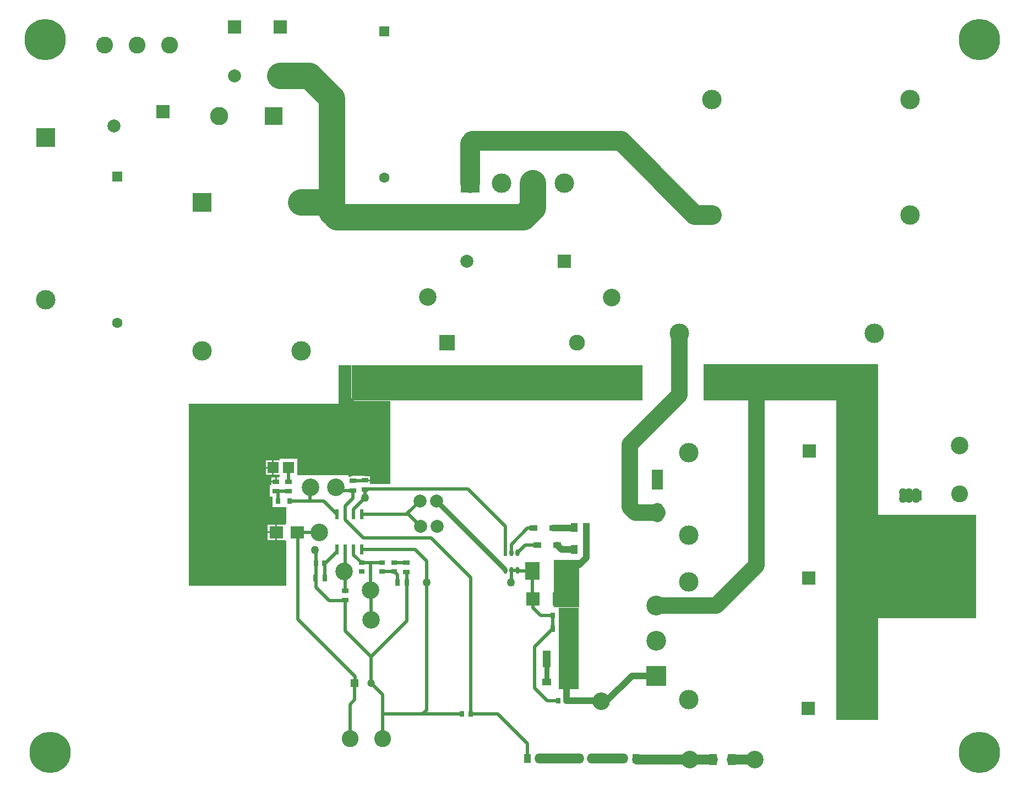
<source format=gbl>
G04 Layer_Physical_Order=2*
G04 Layer_Color=16711680*
%FSLAX24Y24*%
%MOIN*%
G70*
G01*
G75*
%ADD11R,0.0394X0.0551*%
%ADD12R,0.1378X0.0630*%
%ADD13C,0.0200*%
%ADD15C,0.1600*%
%ADD16C,0.1000*%
%ADD17C,0.1200*%
%ADD19C,0.0400*%
%ADD20C,0.0600*%
%ADD46C,0.2500*%
%ADD47R,0.0965X0.0965*%
%ADD48C,0.0965*%
%ADD49R,0.1181X0.1181*%
%ADD50C,0.1181*%
%ADD51C,0.1063*%
%ADD52C,0.0787*%
%ADD53R,0.0787X0.0787*%
%ADD54C,0.1102*%
%ADD55R,0.1102X0.1102*%
%ADD56C,0.1197*%
%ADD57R,0.1197X0.1197*%
%ADD58R,0.0697X0.1200*%
%ADD59O,0.0697X0.1200*%
%ADD60C,0.1024*%
%ADD61R,0.0472X0.0472*%
%ADD62C,0.0472*%
%ADD63R,0.0787X0.0787*%
%ADD64R,0.0630X0.0630*%
%ADD65C,0.0630*%
%ADD66R,0.1181X0.1181*%
%ADD67C,0.0500*%
%ADD68O,0.0236X0.0413*%
%ADD69R,0.0236X0.0413*%
%ADD70R,0.0236X0.0610*%
%ADD71R,0.0453X0.0689*%
%ADD72R,0.0315X0.0374*%
%ADD73R,0.0492X0.1043*%
%ADD74R,0.0374X0.0315*%
%ADD75R,0.0394X0.0295*%
%ADD76R,0.0276X0.0335*%
%ADD77R,0.0532X0.0433*%
%ADD78R,0.0472X0.0335*%
%ADD79R,0.0850X0.1080*%
%ADD80R,0.0295X0.0394*%
%ADD81R,0.0650X0.0650*%
%ADD82R,0.0846X0.0728*%
%ADD83C,0.0300*%
%ADD84R,0.6069X0.6269*%
%ADD85R,0.2575X2.1580*%
%ADD86R,1.0575X0.2221*%
%ADD87R,1.7635X0.2165*%
%ADD88R,0.1219X0.4954*%
%ADD89R,0.1531X0.2909*%
G36*
X50780Y55118D02*
X50796Y55040D01*
X50840Y54974D01*
X50906Y54930D01*
X50984Y54914D01*
X53150D01*
X53150Y49871D01*
X52009D01*
Y49882D01*
X51909D01*
Y50055D01*
X51613D01*
Y50155D01*
X51909D01*
Y50353D01*
X51616D01*
X51564Y50359D01*
X50864D01*
X50786Y50349D01*
X50713Y50319D01*
X50694Y50304D01*
X50591D01*
Y50394D01*
X49978D01*
X49975Y50395D01*
X49831Y50409D01*
X49688Y50395D01*
X49684Y50394D01*
X48455D01*
X48451Y50395D01*
X48308Y50409D01*
X48164Y50395D01*
X48161Y50394D01*
X48032D01*
X47499D01*
Y51392D01*
X46449D01*
Y51292D01*
X46079D01*
Y50867D01*
Y50442D01*
X46449D01*
Y50342D01*
X46396Y50264D01*
X46269D01*
Y50017D01*
X46219D01*
Y49967D01*
X45922D01*
Y49794D01*
X45822D01*
Y49098D01*
X46015D01*
Y48468D01*
X46823D01*
Y47486D01*
X46755Y47415D01*
X46723Y47415D01*
X46281D01*
Y46951D01*
Y46486D01*
X46723D01*
X46755Y46486D01*
X46823Y46415D01*
Y43701D01*
X40945D01*
Y54724D01*
X46500Y54724D01*
X46500Y54724D01*
X50000D01*
Y55906D01*
X50000Y57087D01*
X50780D01*
Y55118D01*
D02*
G37*
%LPC*%
G36*
X45979Y51292D02*
X45604D01*
Y50917D01*
X45979D01*
Y51292D01*
D02*
G37*
G36*
Y50817D02*
X45604D01*
Y50442D01*
X45979D01*
Y50817D01*
D02*
G37*
G36*
X46169Y50264D02*
X45922D01*
Y50067D01*
X46169D01*
Y50264D01*
D02*
G37*
G36*
X46181Y47415D02*
X45708D01*
Y47001D01*
X46181D01*
Y47415D01*
D02*
G37*
G36*
Y46901D02*
X45708D01*
Y46486D01*
X46181D01*
Y46901D01*
D02*
G37*
%LPD*%
D11*
X65008Y45920D02*
D03*
X64260D02*
D03*
X65008Y47250D02*
D03*
X64260D02*
D03*
X67992Y33248D02*
D03*
X67244D02*
D03*
X65335D02*
D03*
X64587D02*
D03*
X62185D02*
D03*
X61437D02*
D03*
D12*
X84624Y49181D02*
D03*
Y47646D02*
D03*
D13*
X49428Y42816D02*
X50395D01*
Y40986D02*
Y42816D01*
Y40986D02*
X51968Y39412D01*
X48636Y43607D02*
X49428Y42816D01*
X48636Y43607D02*
Y45093D01*
X50402Y43329D02*
Y45900D01*
X48643Y45077D02*
Y45792D01*
X49912Y47915D02*
Y47949D01*
X49155Y45077D02*
X49160D01*
Y44187D02*
Y45077D01*
X50912Y45570D02*
Y45769D01*
X50984Y36801D02*
Y37795D01*
X50689Y36505D02*
X50984Y36801D01*
X50689Y34449D02*
Y36505D01*
X50992Y37803D02*
Y38216D01*
X61450Y47195D02*
X61820D01*
X60469Y45707D02*
Y46214D01*
X61450Y47195D01*
X61737Y42952D02*
Y44597D01*
X60843Y44644D02*
X60889Y44597D01*
X61737D01*
X60469Y44644D02*
X60843D01*
X62986Y41122D02*
Y41901D01*
X61872Y40008D02*
X62975Y41111D01*
X62654Y36739D02*
X63298D01*
X61872Y37520D02*
X62654Y36739D01*
X61872Y37520D02*
Y40008D01*
X61781Y42378D02*
Y42908D01*
Y42378D02*
X62241Y41918D01*
X62969D01*
X61320Y46184D02*
X62052D01*
X60843Y45707D02*
X61320Y46184D01*
X57993Y35929D02*
X59652D01*
X61437Y33248D02*
Y34145D01*
X59652Y35929D02*
X61437Y34145D01*
X51968Y37795D02*
X52657Y37106D01*
Y34449D02*
Y37106D01*
X49160Y45077D02*
X49220D01*
X49912Y45769D01*
X53363Y45092D02*
X54083D01*
X52652Y44580D02*
X53363D01*
X53569Y43892D02*
Y44375D01*
X53363Y44580D02*
X53569Y44375D01*
X54139Y43892D02*
Y44485D01*
X50912Y45570D02*
X51390Y45092D01*
X51937D02*
X52652D01*
X51988Y41652D02*
Y43381D01*
X51402Y45900D02*
X54641D01*
X51937Y43432D02*
Y45092D01*
X51390D02*
X51937D01*
X60469Y43919D02*
Y44644D01*
X55332Y36179D02*
Y43892D01*
X55082Y35929D02*
X55332Y36179D01*
X52682Y35929D02*
X55082D01*
X57481D01*
X55332Y43892D02*
Y45210D01*
X54641Y45900D02*
X55332Y45210D01*
X57993Y35929D02*
Y44213D01*
X47549Y41658D02*
X50992Y38216D01*
X47549Y41658D02*
Y46928D01*
X60095Y45707D02*
Y47311D01*
X51402Y48046D02*
X54150D01*
X54227D02*
X54980Y47293D01*
X54150Y48046D02*
Y48061D01*
X54944Y48856D01*
X47549Y46928D02*
X48822D01*
X51968Y37795D02*
Y39412D01*
X50407Y47698D02*
Y48002D01*
X55601Y46605D02*
X57993Y44213D01*
X55268Y46599D02*
X55273Y46605D01*
X55601D01*
X51506Y46599D02*
X55268D01*
X50407Y47698D02*
X51506Y46599D01*
X47024Y48838D02*
X48274D01*
X46353Y48835D02*
Y49312D01*
X46223Y49451D02*
X46976D01*
Y50021D02*
Y50726D01*
X51647Y49568D02*
X57837D01*
X60095Y47311D01*
X50906Y47999D02*
X50906Y48046D01*
X50906Y48023D02*
X50906Y48046D01*
X51613Y49534D02*
X51647Y49568D01*
X51613Y49044D02*
Y49534D01*
X50902Y48046D02*
Y48334D01*
X51613Y49044D01*
X50864Y49001D02*
Y49486D01*
X50417Y48553D02*
X50864Y49001D01*
X50417Y48060D02*
Y48553D01*
X50864Y50057D02*
X51564D01*
X50019Y49486D02*
X50864D01*
X48274Y48838D02*
Y49640D01*
Y48838D02*
X49111D01*
X49902Y48046D01*
X54139Y41583D02*
Y43892D01*
X51968Y39412D02*
X54139Y41583D01*
D15*
X49606Y66339D02*
Y73228D01*
X47732Y66929D02*
X49016D01*
X49902Y66043D02*
X61220D01*
X61776Y66598D02*
Y68110D01*
X61220Y66043D02*
X61776Y66598D01*
X46457Y74606D02*
X48228D01*
X49606Y73228D01*
D16*
X69223Y42521D02*
X72887D01*
X67963Y48130D02*
X69300D01*
X67622Y48471D02*
X67963Y48130D01*
X72887Y42521D02*
X75313Y44947D01*
Y56531D01*
X67622Y48471D02*
Y52268D01*
X70642Y55288D01*
Y58993D01*
D17*
X58119Y70669D02*
X67101D01*
X57972Y68110D02*
Y70522D01*
X67101Y70669D02*
X71588Y66182D01*
X72591D01*
D19*
X63712Y37914D02*
X63741Y37884D01*
X63021Y47195D02*
X64260D01*
X63712Y37914D02*
Y39276D01*
X63646Y39341D02*
X63712Y39276D01*
X66252Y36739D02*
X67759Y38245D01*
X69223D01*
X65008Y45920D02*
Y47250D01*
X63516Y45920D02*
X64260D01*
X63252Y46184D02*
X63516Y45920D01*
X65008Y45415D02*
Y45920D01*
X64580Y44987D02*
X65008Y45415D01*
X64447Y44987D02*
X64580D01*
X63810Y36739D02*
Y37815D01*
Y36739D02*
X66252D01*
D20*
X73789Y33169D02*
X75197D01*
X71260D02*
X72667D01*
X68071D02*
X71260D01*
X65329Y33232D02*
X67239D01*
X62185Y33248D02*
X64587D01*
D46*
X32531Y33600D02*
D03*
X88800D02*
D03*
X32232Y76822D02*
D03*
X88800Y76822D02*
D03*
D47*
X56575Y58425D02*
D03*
D48*
X64449D02*
D03*
D49*
X41732Y66929D02*
D03*
X32283Y70866D02*
D03*
D50*
X47732Y66929D02*
D03*
Y57929D02*
D03*
X41732D02*
D03*
X70642Y58993D02*
D03*
X82453D02*
D03*
X71221Y51777D02*
D03*
Y46777D02*
D03*
Y43942D02*
D03*
Y36816D02*
D03*
X32283Y61024D02*
D03*
X63677Y68110D02*
D03*
X59874D02*
D03*
X61776D02*
D03*
X72591Y73190D02*
D03*
X84591D02*
D03*
Y66182D02*
D03*
X72591D02*
D03*
D51*
X49831Y49674D02*
D03*
X87609Y52204D02*
D03*
X48308Y49674D02*
D03*
X71260Y33169D02*
D03*
X75197D02*
D03*
X65901Y36709D02*
D03*
X50351Y44582D02*
D03*
X51937Y43432D02*
D03*
X51988Y41652D02*
D03*
X66534Y61161D02*
D03*
X55412Y61211D02*
D03*
X87609Y44075D02*
D03*
X48840Y46946D02*
D03*
D52*
X36417Y71575D02*
D03*
X55980Y47293D02*
D03*
X54980D02*
D03*
X55944Y48856D02*
D03*
X54944D02*
D03*
X81473Y36287D02*
D03*
X81520Y44162D02*
D03*
X81544Y51872D02*
D03*
X46457Y74606D02*
D03*
X43701D02*
D03*
X57756Y63386D02*
D03*
D53*
X39370Y72441D02*
D03*
X78422Y36287D02*
D03*
X78469Y44162D02*
D03*
X78492Y51872D02*
D03*
X63661Y63386D02*
D03*
D54*
X42783Y72157D02*
D03*
D55*
X46063D02*
D03*
D56*
X69223Y42521D02*
D03*
Y40383D02*
D03*
D57*
Y38245D02*
D03*
D58*
X69300Y50130D02*
D03*
D59*
Y48130D02*
D03*
D60*
X87589Y49285D02*
D03*
Y47316D02*
D03*
X52657Y34449D02*
D03*
X50689D02*
D03*
X39764Y76487D02*
D03*
X37795D02*
D03*
X35827D02*
D03*
D61*
X50984Y37795D02*
D03*
D62*
X51968D02*
D03*
D63*
X61781Y42908D02*
D03*
X63356D02*
D03*
X46457Y77559D02*
D03*
X43701D02*
D03*
D64*
X36614Y68504D02*
D03*
X52756Y77309D02*
D03*
D65*
X36614Y59646D02*
D03*
X52756Y68451D02*
D03*
D66*
X57972Y68110D02*
D03*
D67*
X46206Y45882D02*
D03*
X48578Y45857D02*
D03*
X68079Y56285D02*
D03*
Y56660D02*
D03*
X67659Y56285D02*
D03*
X67278D02*
D03*
X67659Y56680D02*
D03*
X84970Y48986D02*
D03*
Y49360D02*
D03*
X84550Y48986D02*
D03*
X84170D02*
D03*
X84550Y49380D02*
D03*
X84174Y49385D02*
D03*
X67283Y56685D02*
D03*
X72514Y56778D02*
D03*
X72890Y56774D02*
D03*
X72509Y56379D02*
D03*
X72890D02*
D03*
X73310Y56753D02*
D03*
Y56379D02*
D03*
X55332Y43892D02*
D03*
X60442D02*
D03*
X51613Y49044D02*
D03*
D68*
X60843Y44644D02*
D03*
X60469D02*
D03*
X60095D02*
D03*
X60843Y45707D02*
D03*
X60469D02*
D03*
D69*
X60095D02*
D03*
D70*
X49902Y48046D02*
D03*
X50402D02*
D03*
X50902D02*
D03*
X51402D02*
D03*
X49902Y45900D02*
D03*
X50402D02*
D03*
X50902D02*
D03*
X51402D02*
D03*
D71*
X72667Y33169D02*
D03*
X73789D02*
D03*
D72*
X63298Y36739D02*
D03*
X63810D02*
D03*
X62986Y41901D02*
D03*
X63498D02*
D03*
X57481Y35929D02*
D03*
X57993D02*
D03*
X48643Y45077D02*
D03*
X49155D02*
D03*
D73*
X62609Y39276D02*
D03*
X63712D02*
D03*
D74*
X53363Y45092D02*
D03*
Y44580D02*
D03*
X52652Y45092D02*
D03*
Y44580D02*
D03*
X51390Y45092D02*
D03*
Y44580D02*
D03*
D75*
X46976Y50021D02*
D03*
Y49451D02*
D03*
X50391Y43397D02*
D03*
Y42826D02*
D03*
X54093Y45102D02*
D03*
Y44531D02*
D03*
X50864Y49486D02*
D03*
Y50057D02*
D03*
X46219Y49446D02*
D03*
Y50017D02*
D03*
X51613Y50105D02*
D03*
Y49534D02*
D03*
D76*
X46353Y48835D02*
D03*
X47022D02*
D03*
D77*
X63741Y37884D02*
D03*
X62619D02*
D03*
D78*
X63252Y46184D02*
D03*
X62052D02*
D03*
X61820Y47195D02*
D03*
X63021D02*
D03*
D79*
X61737Y44597D02*
D03*
X63477D02*
D03*
D80*
X63546Y41111D02*
D03*
X62975D02*
D03*
X53569Y43892D02*
D03*
X54139D02*
D03*
X49165Y44187D02*
D03*
X48594D02*
D03*
D81*
X46974Y50867D02*
D03*
X46029D02*
D03*
D82*
X46231Y46951D02*
D03*
X47491D02*
D03*
D83*
X62619Y37884D02*
Y39266D01*
X55928Y48844D02*
X60078Y44694D01*
D84*
X85566Y44872D02*
D03*
D85*
X81406Y46347D02*
D03*
D86*
X77381Y56032D02*
D03*
D87*
X59605Y56004D02*
D03*
D88*
X63955Y39899D02*
D03*
D89*
X63800Y43830D02*
D03*
M02*

</source>
